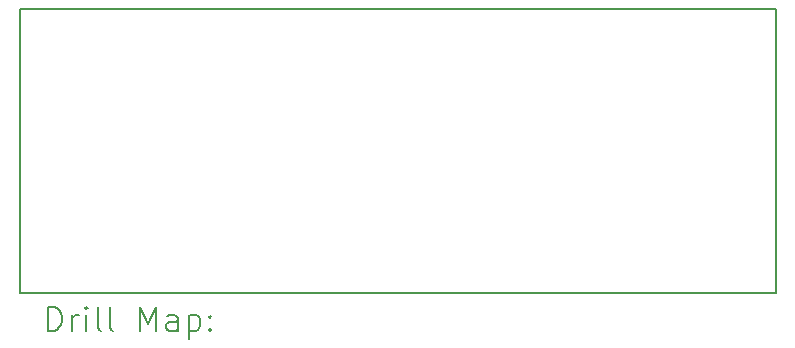
<source format=gbr>
%TF.GenerationSoftware,KiCad,Pcbnew,7.0.2*%
%TF.CreationDate,2023-06-29T18:38:01+09:00*%
%TF.ProjectId,laserpointer,6c617365-7270-46f6-996e-7465722e6b69,rev?*%
%TF.SameCoordinates,Original*%
%TF.FileFunction,Drillmap*%
%TF.FilePolarity,Positive*%
%FSLAX45Y45*%
G04 Gerber Fmt 4.5, Leading zero omitted, Abs format (unit mm)*
G04 Created by KiCad (PCBNEW 7.0.2) date 2023-06-29 18:38:01*
%MOMM*%
%LPD*%
G01*
G04 APERTURE LIST*
%ADD10C,0.150000*%
%ADD11C,0.200000*%
G04 APERTURE END LIST*
D10*
X9885000Y-6310000D02*
X16285000Y-6310000D01*
X16285000Y-8710000D01*
X9885000Y-8710000D01*
X9885000Y-6310000D01*
D11*
X10125119Y-9030024D02*
X10125119Y-8830024D01*
X10125119Y-8830024D02*
X10172738Y-8830024D01*
X10172738Y-8830024D02*
X10201310Y-8839548D01*
X10201310Y-8839548D02*
X10220357Y-8858595D01*
X10220357Y-8858595D02*
X10229881Y-8877643D01*
X10229881Y-8877643D02*
X10239405Y-8915738D01*
X10239405Y-8915738D02*
X10239405Y-8944310D01*
X10239405Y-8944310D02*
X10229881Y-8982405D01*
X10229881Y-8982405D02*
X10220357Y-9001452D01*
X10220357Y-9001452D02*
X10201310Y-9020500D01*
X10201310Y-9020500D02*
X10172738Y-9030024D01*
X10172738Y-9030024D02*
X10125119Y-9030024D01*
X10325119Y-9030024D02*
X10325119Y-8896690D01*
X10325119Y-8934786D02*
X10334643Y-8915738D01*
X10334643Y-8915738D02*
X10344167Y-8906214D01*
X10344167Y-8906214D02*
X10363214Y-8896690D01*
X10363214Y-8896690D02*
X10382262Y-8896690D01*
X10448929Y-9030024D02*
X10448929Y-8896690D01*
X10448929Y-8830024D02*
X10439405Y-8839548D01*
X10439405Y-8839548D02*
X10448929Y-8849071D01*
X10448929Y-8849071D02*
X10458452Y-8839548D01*
X10458452Y-8839548D02*
X10448929Y-8830024D01*
X10448929Y-8830024D02*
X10448929Y-8849071D01*
X10572738Y-9030024D02*
X10553690Y-9020500D01*
X10553690Y-9020500D02*
X10544167Y-9001452D01*
X10544167Y-9001452D02*
X10544167Y-8830024D01*
X10677500Y-9030024D02*
X10658452Y-9020500D01*
X10658452Y-9020500D02*
X10648929Y-9001452D01*
X10648929Y-9001452D02*
X10648929Y-8830024D01*
X10906071Y-9030024D02*
X10906071Y-8830024D01*
X10906071Y-8830024D02*
X10972738Y-8972881D01*
X10972738Y-8972881D02*
X11039405Y-8830024D01*
X11039405Y-8830024D02*
X11039405Y-9030024D01*
X11220357Y-9030024D02*
X11220357Y-8925262D01*
X11220357Y-8925262D02*
X11210833Y-8906214D01*
X11210833Y-8906214D02*
X11191786Y-8896690D01*
X11191786Y-8896690D02*
X11153690Y-8896690D01*
X11153690Y-8896690D02*
X11134643Y-8906214D01*
X11220357Y-9020500D02*
X11201309Y-9030024D01*
X11201309Y-9030024D02*
X11153690Y-9030024D01*
X11153690Y-9030024D02*
X11134643Y-9020500D01*
X11134643Y-9020500D02*
X11125119Y-9001452D01*
X11125119Y-9001452D02*
X11125119Y-8982405D01*
X11125119Y-8982405D02*
X11134643Y-8963357D01*
X11134643Y-8963357D02*
X11153690Y-8953833D01*
X11153690Y-8953833D02*
X11201309Y-8953833D01*
X11201309Y-8953833D02*
X11220357Y-8944310D01*
X11315595Y-8896690D02*
X11315595Y-9096690D01*
X11315595Y-8906214D02*
X11334643Y-8896690D01*
X11334643Y-8896690D02*
X11372738Y-8896690D01*
X11372738Y-8896690D02*
X11391786Y-8906214D01*
X11391786Y-8906214D02*
X11401309Y-8915738D01*
X11401309Y-8915738D02*
X11410833Y-8934786D01*
X11410833Y-8934786D02*
X11410833Y-8991929D01*
X11410833Y-8991929D02*
X11401309Y-9010976D01*
X11401309Y-9010976D02*
X11391786Y-9020500D01*
X11391786Y-9020500D02*
X11372738Y-9030024D01*
X11372738Y-9030024D02*
X11334643Y-9030024D01*
X11334643Y-9030024D02*
X11315595Y-9020500D01*
X11496548Y-9010976D02*
X11506071Y-9020500D01*
X11506071Y-9020500D02*
X11496548Y-9030024D01*
X11496548Y-9030024D02*
X11487024Y-9020500D01*
X11487024Y-9020500D02*
X11496548Y-9010976D01*
X11496548Y-9010976D02*
X11496548Y-9030024D01*
X11496548Y-8906214D02*
X11506071Y-8915738D01*
X11506071Y-8915738D02*
X11496548Y-8925262D01*
X11496548Y-8925262D02*
X11487024Y-8915738D01*
X11487024Y-8915738D02*
X11496548Y-8906214D01*
X11496548Y-8906214D02*
X11496548Y-8925262D01*
M02*

</source>
